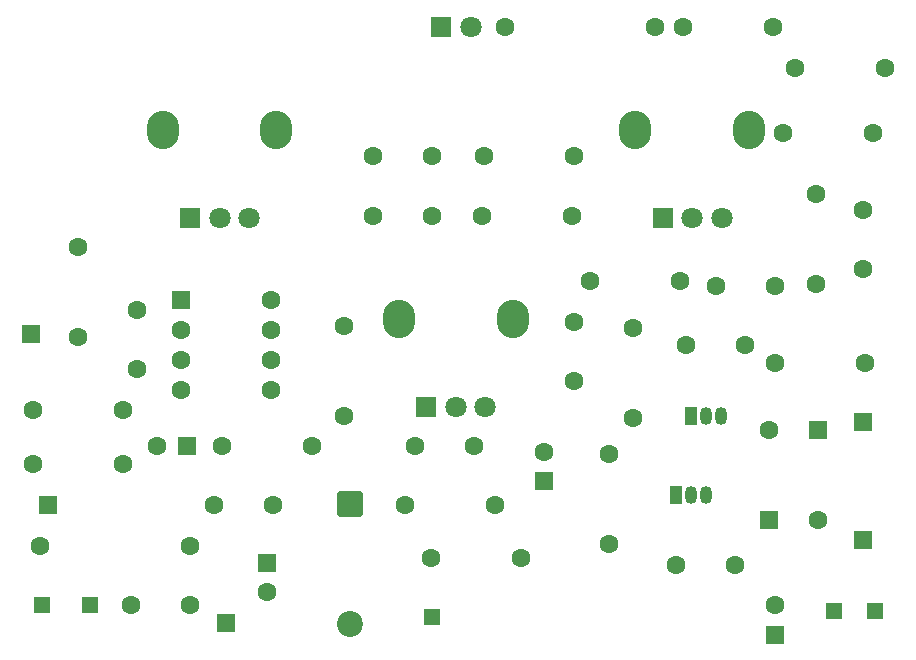
<source format=gbr>
%TF.GenerationSoftware,KiCad,Pcbnew,9.0.6*%
%TF.CreationDate,2025-12-29T20:46:52-03:00*%
%TF.ProjectId,122025,31323230-3235-42e6-9b69-6361645f7063,A*%
%TF.SameCoordinates,Original*%
%TF.FileFunction,Copper,L1,Top*%
%TF.FilePolarity,Positive*%
%FSLAX46Y46*%
G04 Gerber Fmt 4.6, Leading zero omitted, Abs format (unit mm)*
G04 Created by KiCad (PCBNEW 9.0.6) date 2025-12-29 20:46:52*
%MOMM*%
%LPD*%
G01*
G04 APERTURE LIST*
G04 Aperture macros list*
%AMRoundRect*
0 Rectangle with rounded corners*
0 $1 Rounding radius*
0 $2 $3 $4 $5 $6 $7 $8 $9 X,Y pos of 4 corners*
0 Add a 4 corners polygon primitive as box body*
4,1,4,$2,$3,$4,$5,$6,$7,$8,$9,$2,$3,0*
0 Add four circle primitives for the rounded corners*
1,1,$1+$1,$2,$3*
1,1,$1+$1,$4,$5*
1,1,$1+$1,$6,$7*
1,1,$1+$1,$8,$9*
0 Add four rect primitives between the rounded corners*
20,1,$1+$1,$2,$3,$4,$5,0*
20,1,$1+$1,$4,$5,$6,$7,0*
20,1,$1+$1,$6,$7,$8,$9,0*
20,1,$1+$1,$8,$9,$2,$3,0*%
G04 Aperture macros list end*
%TA.AperFunction,ComponentPad*%
%ADD10R,1.800000X1.800000*%
%TD*%
%TA.AperFunction,ComponentPad*%
%ADD11C,1.800000*%
%TD*%
%TA.AperFunction,ComponentPad*%
%ADD12O,2.720000X3.240000*%
%TD*%
%TA.AperFunction,SMDPad,CuDef*%
%ADD13R,1.500000X1.500000*%
%TD*%
%TA.AperFunction,ComponentPad*%
%ADD14C,1.600000*%
%TD*%
%TA.AperFunction,ComponentPad*%
%ADD15RoundRect,0.249999X-0.850001X0.850001X-0.850001X-0.850001X0.850001X-0.850001X0.850001X0.850001X0*%
%TD*%
%TA.AperFunction,ComponentPad*%
%ADD16C,2.200000*%
%TD*%
%TA.AperFunction,ComponentPad*%
%ADD17R,1.350000X1.350000*%
%TD*%
%TA.AperFunction,ComponentPad*%
%ADD18R,1.050000X1.500000*%
%TD*%
%TA.AperFunction,ComponentPad*%
%ADD19O,1.050000X1.500000*%
%TD*%
%TA.AperFunction,ComponentPad*%
%ADD20RoundRect,0.250000X-0.550000X-0.550000X0.550000X-0.550000X0.550000X0.550000X-0.550000X0.550000X0*%
%TD*%
%TA.AperFunction,ComponentPad*%
%ADD21RoundRect,0.250000X0.550000X0.550000X-0.550000X0.550000X-0.550000X-0.550000X0.550000X-0.550000X0*%
%TD*%
%TA.AperFunction,ComponentPad*%
%ADD22RoundRect,0.250000X-0.550000X0.550000X-0.550000X-0.550000X0.550000X-0.550000X0.550000X0.550000X0*%
%TD*%
%TA.AperFunction,ComponentPad*%
%ADD23RoundRect,0.250000X0.550000X-0.550000X0.550000X0.550000X-0.550000X0.550000X-0.550000X-0.550000X0*%
%TD*%
%TA.AperFunction,ViaPad*%
%ADD24C,0.600000*%
%TD*%
G04 APERTURE END LIST*
D10*
%TO.P,D4,1,K*%
%TO.N,/LED GND*%
X49230000Y-18500000D03*
D11*
%TO.P,D4,2,A*%
%TO.N,Net-(D4-A)*%
X51770000Y-18500000D03*
%TD*%
D12*
%TO.P,RV3,*%
%TO.N,*%
X45700000Y-43225000D03*
X55300000Y-43225000D03*
D10*
%TO.P,RV3,1,1*%
%TO.N,GND*%
X48000000Y-50725000D03*
D11*
%TO.P,RV3,2,2*%
%TO.N,/Out*%
X50500000Y-50725000D03*
%TO.P,RV3,3,3*%
%TO.N,Net-(C11-Pad2)*%
X53000000Y-50725000D03*
%TD*%
D13*
%TO.P,TP5,1,1*%
%TO.N,/Vref*%
X16000000Y-59000000D03*
%TD*%
D14*
%TO.P,C9,1*%
%TO.N,Net-(U1B--)*%
X48500000Y-29500000D03*
%TO.P,C9,2*%
%TO.N,Net-(C10-Pad1)*%
X43500000Y-29500000D03*
%TD*%
D15*
%TO.P,D3,1,K*%
%TO.N,/V+*%
X41500000Y-58920000D03*
D16*
%TO.P,D3,2,A*%
%TO.N,GND*%
X41500000Y-69080000D03*
%TD*%
D17*
%TO.P,J5,1,Pin_1*%
%TO.N,GND*%
X48500000Y-68500000D03*
%TD*%
D13*
%TO.P,TP4,1,1*%
%TO.N,/V+*%
X31000000Y-69000000D03*
%TD*%
D12*
%TO.P,RV1,*%
%TO.N,*%
X25700000Y-27225000D03*
X35300000Y-27225000D03*
D10*
%TO.P,RV1,1,1*%
%TO.N,Net-(R3-Pad2)*%
X28000000Y-34725000D03*
D11*
%TO.P,RV1,2,2*%
%TO.N,Net-(R4-Pad1)*%
X30500000Y-34725000D03*
%TO.P,RV1,3,3*%
%TO.N,unconnected-(RV1-Pad3)*%
X33000000Y-34725000D03*
%TD*%
D14*
%TO.P,R4,1*%
%TO.N,Net-(R4-Pad1)*%
X79190000Y-22000000D03*
%TO.P,R4,2*%
%TO.N,Net-(C2-Pad1)*%
X86810000Y-22000000D03*
%TD*%
D17*
%TO.P,J2,1,Pin_1*%
%TO.N,/Out*%
X15500000Y-67500000D03*
%TD*%
D14*
%TO.P,R11,1*%
%TO.N,Net-(C8-Pad1)*%
X69500000Y-40000000D03*
%TO.P,R11,2*%
%TO.N,GND*%
X61880000Y-40000000D03*
%TD*%
%TO.P,R19,1*%
%TO.N,/V+*%
X67350000Y-18500000D03*
%TO.P,R19,2*%
%TO.N,Net-(D4-A)*%
X54650000Y-18500000D03*
%TD*%
D18*
%TO.P,Q1,1,E*%
%TO.N,Net-(Q1-E)*%
X69120000Y-58120000D03*
D19*
%TO.P,Q1,2,B*%
%TO.N,Net-(D1-K)*%
X70390000Y-58120000D03*
%TO.P,Q1,3,C*%
%TO.N,Net-(Q1-C)*%
X71660000Y-58120000D03*
%TD*%
D20*
%TO.P,U1,1*%
%TO.N,Net-(R4-Pad1)*%
X27190000Y-41690000D03*
D14*
%TO.P,U1,2,-*%
%TO.N,Net-(U1A--)*%
X27190000Y-44230000D03*
%TO.P,U1,3,+*%
%TO.N,/Vref*%
X27190000Y-46770000D03*
%TO.P,U1,4,V-*%
%TO.N,GND*%
X27190000Y-49310000D03*
%TO.P,U1,5,+*%
%TO.N,Net-(U1B-+)*%
X34810000Y-49310000D03*
%TO.P,U1,6,-*%
%TO.N,Net-(U1B--)*%
X34810000Y-46770000D03*
%TO.P,U1,7*%
%TO.N,Net-(C10-Pad1)*%
X34810000Y-44230000D03*
%TO.P,U1,8,V+*%
%TO.N,/V+*%
X34810000Y-41690000D03*
%TD*%
%TO.P,R12,1*%
%TO.N,Net-(U1B--)*%
X52880000Y-29500000D03*
%TO.P,R12,2*%
%TO.N,Net-(C10-Pad1)*%
X60500000Y-29500000D03*
%TD*%
D21*
%TO.P,C14,1*%
%TO.N,/Vref*%
X27705113Y-54000000D03*
D14*
%TO.P,C14,2*%
%TO.N,GND*%
X25205113Y-54000000D03*
%TD*%
D17*
%TO.P,J1,1,Pin_1*%
%TO.N,/In*%
X82500000Y-68000000D03*
%TD*%
D14*
%TO.P,R8,1*%
%TO.N,Net-(C5-Pad1)*%
X85120000Y-47000000D03*
%TO.P,R8,2*%
%TO.N,Net-(Q2-C)*%
X77500000Y-47000000D03*
%TD*%
%TO.P,C3,1*%
%TO.N,Net-(D1-K)*%
X69160000Y-64120000D03*
%TO.P,C3,2*%
%TO.N,Net-(Q1-C)*%
X74160000Y-64120000D03*
%TD*%
%TO.P,C5,1*%
%TO.N,Net-(C5-Pad1)*%
X85000000Y-39000000D03*
%TO.P,C5,2*%
%TO.N,Net-(C5-Pad2)*%
X85000000Y-34000000D03*
%TD*%
%TO.P,C7,1*%
%TO.N,/Vref*%
X30000000Y-59000000D03*
%TO.P,C7,2*%
%TO.N,Net-(U1B-+)*%
X35000000Y-59000000D03*
%TD*%
%TO.P,R7,1*%
%TO.N,/V+*%
X78190000Y-27500000D03*
%TO.P,R7,2*%
%TO.N,Net-(C5-Pad1)*%
X85810000Y-27500000D03*
%TD*%
%TO.P,R10,1*%
%TO.N,Net-(C5-Pad2)*%
X81000000Y-32690000D03*
%TO.P,R10,2*%
%TO.N,Net-(U1B-+)*%
X81000000Y-40310000D03*
%TD*%
D18*
%TO.P,Q2,1,E*%
%TO.N,Net-(D1-A)*%
X70390000Y-51480000D03*
D19*
%TO.P,Q2,2,B*%
%TO.N,Net-(Q1-C)*%
X71660000Y-51480000D03*
%TO.P,Q2,3,C*%
%TO.N,Net-(Q2-C)*%
X72930000Y-51480000D03*
%TD*%
D13*
%TO.P,TP3,1,1*%
%TO.N,GND*%
X14500000Y-44500000D03*
%TD*%
D22*
%TO.P,C13,1*%
%TO.N,/V+*%
X34500000Y-63900000D03*
D14*
%TO.P,C13,2*%
%TO.N,GND*%
X34500000Y-66400000D03*
%TD*%
%TO.P,C12,1*%
%TO.N,/V+*%
X23500000Y-42500000D03*
%TO.P,C12,2*%
%TO.N,GND*%
X23500000Y-47500000D03*
%TD*%
D17*
%TO.P,J3,1,Pin_1*%
%TO.N,/Power Jack*%
X19500000Y-67500000D03*
%TD*%
D14*
%TO.P,R5,1*%
%TO.N,/V+*%
X69690000Y-18500000D03*
%TO.P,R5,2*%
%TO.N,Net-(Q1-C)*%
X77310000Y-18500000D03*
%TD*%
%TO.P,R6,1*%
%TO.N,GND*%
X48380000Y-63500000D03*
%TO.P,R6,2*%
%TO.N,Net-(Q1-E)*%
X56000000Y-63500000D03*
%TD*%
D13*
%TO.P,TP1,1,1*%
%TO.N,Net-(Q1-C)*%
X85000000Y-62000000D03*
%TD*%
D12*
%TO.P,RV2,*%
%TO.N,*%
X65700000Y-27225000D03*
X75300000Y-27225000D03*
D10*
%TO.P,RV2,1,1*%
%TO.N,Net-(U1B-+)*%
X68000000Y-34725000D03*
D11*
%TO.P,RV2,2,2*%
%TO.N,Net-(C8-Pad2)*%
X70500000Y-34725000D03*
%TO.P,RV2,3,3*%
%TO.N,Net-(U1B--)*%
X73000000Y-34725000D03*
%TD*%
D14*
%TO.P,R16,1*%
%TO.N,/Power Jack*%
X15300000Y-62500000D03*
%TO.P,R16,2*%
%TO.N,/V+*%
X28000000Y-62500000D03*
%TD*%
%TO.P,C8,1*%
%TO.N,Net-(C8-Pad1)*%
X72500000Y-40500000D03*
%TO.P,C8,2*%
%TO.N,Net-(C8-Pad2)*%
X77500000Y-40500000D03*
%TD*%
%TO.P,R1,1*%
%TO.N,/In*%
X53810000Y-59000000D03*
%TO.P,R1,2*%
%TO.N,GND*%
X46190000Y-59000000D03*
%TD*%
%TO.P,R17,1*%
%TO.N,/V+*%
X22310000Y-55500000D03*
%TO.P,R17,2*%
%TO.N,/Vref*%
X14690000Y-55500000D03*
%TD*%
%TO.P,C1,1*%
%TO.N,/In*%
X52000000Y-54000000D03*
%TO.P,C1,2*%
%TO.N,Net-(C1-Pad2)*%
X47000000Y-54000000D03*
%TD*%
%TO.P,R3,1*%
%TO.N,Net-(U1A--)*%
X18500000Y-44810000D03*
%TO.P,R3,2*%
%TO.N,Net-(R3-Pad2)*%
X18500000Y-37190000D03*
%TD*%
%TO.P,R13,1*%
%TO.N,Net-(C10-Pad2)*%
X41000000Y-43880000D03*
%TO.P,R13,2*%
%TO.N,GND*%
X41000000Y-51500000D03*
%TD*%
%TO.P,C15,1*%
%TO.N,/V+*%
X28000000Y-67500000D03*
%TO.P,C15,2*%
%TO.N,GND*%
X23000000Y-67500000D03*
%TD*%
D23*
%TO.P,C6,1*%
%TO.N,Net-(D1-A)*%
X58000000Y-57000000D03*
D14*
%TO.P,C6,2*%
%TO.N,GND*%
X58000000Y-54500000D03*
%TD*%
%TO.P,C11,1*%
%TO.N,Net-(C11-Pad1)*%
X60500000Y-48500000D03*
%TO.P,C11,2*%
%TO.N,Net-(C11-Pad2)*%
X60500000Y-43500000D03*
%TD*%
D23*
%TO.P,C2,1*%
%TO.N,Net-(C2-Pad1)*%
X77500000Y-70000000D03*
D14*
%TO.P,C2,2*%
%TO.N,Net-(D1-K)*%
X77500000Y-67500000D03*
%TD*%
%TO.P,R2,1*%
%TO.N,Net-(C1-Pad2)*%
X38310000Y-54000000D03*
%TO.P,R2,2*%
%TO.N,Net-(U1A--)*%
X30690000Y-54000000D03*
%TD*%
%TO.P,R14,1*%
%TO.N,Net-(C10-Pad2)*%
X52690000Y-34500000D03*
%TO.P,R14,2*%
%TO.N,Net-(C11-Pad1)*%
X60310000Y-34500000D03*
%TD*%
%TO.P,R15,1*%
%TO.N,Net-(C11-Pad2)*%
X65500000Y-51620000D03*
%TO.P,R15,2*%
%TO.N,GND*%
X65500000Y-44000000D03*
%TD*%
%TO.P,C10,1*%
%TO.N,Net-(C10-Pad1)*%
X43500000Y-34500000D03*
%TO.P,C10,2*%
%TO.N,Net-(C10-Pad2)*%
X48500000Y-34500000D03*
%TD*%
%TO.P,R9,1*%
%TO.N,Net-(D1-A)*%
X63500000Y-62310000D03*
%TO.P,R9,2*%
%TO.N,GND*%
X63500000Y-54690000D03*
%TD*%
D13*
%TO.P,TP2,1,1*%
%TO.N,Net-(Q2-C)*%
X85000000Y-52000000D03*
%TD*%
D14*
%TO.P,C4,1*%
%TO.N,Net-(Q1-C)*%
X70000000Y-45500000D03*
%TO.P,C4,2*%
%TO.N,Net-(Q2-C)*%
X75000000Y-45500000D03*
%TD*%
D22*
%TO.P,D2,1,K*%
%TO.N,Net-(D1-A)*%
X81160000Y-52620000D03*
D14*
%TO.P,D2,2,A*%
%TO.N,Net-(D1-K)*%
X81160000Y-60240000D03*
%TD*%
%TO.P,R18,1*%
%TO.N,/Vref*%
X14690000Y-51000000D03*
%TO.P,R18,2*%
%TO.N,GND*%
X22310000Y-51000000D03*
%TD*%
D17*
%TO.P,J4,1,Pin_1*%
%TO.N,/LED GND*%
X86000000Y-68000000D03*
%TD*%
D23*
%TO.P,D1,1,K*%
%TO.N,Net-(D1-K)*%
X77000000Y-60310000D03*
D14*
%TO.P,D1,2,A*%
%TO.N,Net-(D1-A)*%
X77000000Y-52690000D03*
%TD*%
D24*
%TO.N,Net-(Q1-C)*%
X85000000Y-62000000D03*
%TO.N,Net-(Q2-C)*%
X85000000Y-52000000D03*
%TO.N,GND*%
X14500000Y-44500000D03*
%TO.N,/Vref*%
X16000000Y-59000000D03*
%TO.N,/V+*%
X31000000Y-69000000D03*
%TD*%
M02*

</source>
